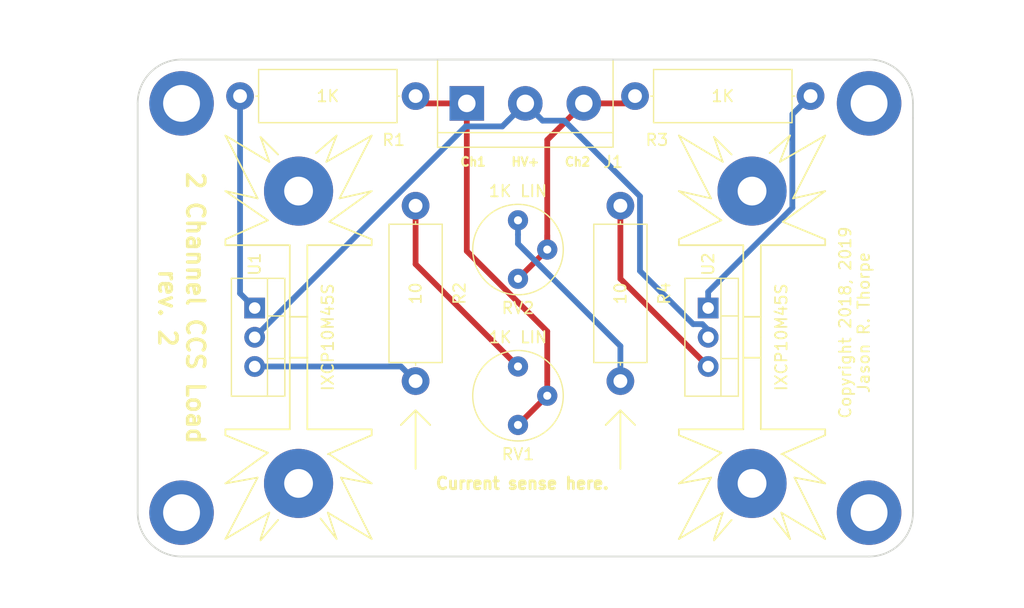
<source format=kicad_pcb>
(kicad_pcb (version 20171130) (host pcbnew "(5.1.4-0-10_14)")

  (general
    (thickness 1.6)
    (drawings 27)
    (tracks 41)
    (zones 0)
    (modules 15)
    (nets 10)
  )

  (page USLetter)
  (title_block
    (title "2 Channel CCS Load")
    (date 2019-09-24)
    (rev 2.0)
    (company "San Francisco Electronworks")
    (comment 1 "For hobbyist use only.")
    (comment 2 "Copyright 2018, 2019 Jason R. Thorpe.  All rights reserved.")
  )

  (layers
    (0 F.Cu signal)
    (31 B.Cu signal)
    (32 B.Adhes user)
    (33 F.Adhes user)
    (34 B.Paste user)
    (35 F.Paste user)
    (36 B.SilkS user)
    (37 F.SilkS user)
    (38 B.Mask user)
    (39 F.Mask user)
    (40 Dwgs.User user)
    (41 Cmts.User user)
    (42 Eco1.User user)
    (43 Eco2.User user)
    (44 Edge.Cuts user)
    (45 Margin user)
    (46 B.CrtYd user)
    (47 F.CrtYd user)
    (48 B.Fab user)
    (49 F.Fab user)
  )

  (setup
    (last_trace_width 0.5)
    (trace_clearance 0.25)
    (zone_clearance 0.508)
    (zone_45_only yes)
    (trace_min 0.2)
    (via_size 0.6)
    (via_drill 0.4)
    (via_min_size 0.4)
    (via_min_drill 0.3)
    (uvia_size 0.3)
    (uvia_drill 0.1)
    (uvias_allowed no)
    (uvia_min_size 0.2)
    (uvia_min_drill 0.1)
    (edge_width 0.15)
    (segment_width 0.2)
    (pcb_text_width 0.3)
    (pcb_text_size 1.5 1.5)
    (mod_edge_width 0.15)
    (mod_text_size 1 1)
    (mod_text_width 0.15)
    (pad_size 1.524 1.524)
    (pad_drill 0.762)
    (pad_to_mask_clearance 0.2)
    (aux_axis_origin 0 0)
    (grid_origin 137.16 87.63)
    (visible_elements FFFFFF7F)
    (pcbplotparams
      (layerselection 0x010e0_ffffffff)
      (usegerberextensions false)
      (usegerberattributes false)
      (usegerberadvancedattributes false)
      (creategerberjobfile false)
      (excludeedgelayer true)
      (linewidth 0.100000)
      (plotframeref false)
      (viasonmask false)
      (mode 1)
      (useauxorigin false)
      (hpglpennumber 1)
      (hpglpenspeed 20)
      (hpglpendiameter 15.000000)
      (psnegative false)
      (psa4output false)
      (plotreference true)
      (plotvalue true)
      (plotinvisibletext false)
      (padsonsilk false)
      (subtractmaskfromsilk false)
      (outputformat 1)
      (mirror false)
      (drillshape 0)
      (scaleselection 1)
      (outputdirectory "Gerbers/"))
  )

  (net 0 "")
  (net 1 "Net-(J1-Pad1)")
  (net 2 "Net-(J1-Pad2)")
  (net 3 "Net-(J1-Pad3)")
  (net 4 "Net-(R2-Pad2)")
  (net 5 "Net-(R4-Pad2)")
  (net 6 "Net-(R1-Pad1)")
  (net 7 "Net-(R2-Pad1)")
  (net 8 "Net-(R3-Pad1)")
  (net 9 "Net-(R4-Pad1)")

  (net_class Default "This is the default net class."
    (clearance 0.25)
    (trace_width 0.5)
    (via_dia 0.6)
    (via_drill 0.4)
    (uvia_dia 0.3)
    (uvia_drill 0.1)
    (add_net "Net-(J1-Pad1)")
    (add_net "Net-(J1-Pad2)")
    (add_net "Net-(J1-Pad3)")
    (add_net "Net-(R1-Pad1)")
    (add_net "Net-(R2-Pad1)")
    (add_net "Net-(R2-Pad2)")
    (add_net "Net-(R3-Pad1)")
    (add_net "Net-(R4-Pad1)")
    (add_net "Net-(R4-Pad2)")
  )

  (module Connectors_Terminal_Blocks:TerminalBlock_bornier-3_P5.08mm (layer F.Cu) (tedit 5AB141F4) (tstamp 5A10A759)
    (at 141.605 93.98)
    (descr "simple 3-pin terminal block, pitch 5.08mm, revamped version of bornier3")
    (tags "terminal block bornier3")
    (path /5A109F90)
    (fp_text reference J1 (at 12.7 5.08) (layer F.SilkS)
      (effects (font (size 1 1) (thickness 0.15)))
    )
    (fp_text value Screw_Terminal_01x03 (at 5.08 5.08) (layer F.Fab) hide
      (effects (font (size 1 1) (thickness 0.15)))
    )
    (fp_text user %R (at 5.08 0) (layer F.Fab)
      (effects (font (size 1 1) (thickness 0.15)))
    )
    (fp_line (start -2.47 2.55) (end 12.63 2.55) (layer F.Fab) (width 0.1))
    (fp_line (start -2.47 -3.75) (end 12.63 -3.75) (layer F.Fab) (width 0.1))
    (fp_line (start 12.63 -3.75) (end 12.63 3.75) (layer F.Fab) (width 0.1))
    (fp_line (start 12.63 3.75) (end -2.47 3.75) (layer F.Fab) (width 0.1))
    (fp_line (start -2.47 3.75) (end -2.47 -3.75) (layer F.Fab) (width 0.1))
    (fp_line (start -2.54 3.81) (end -2.54 -3.81) (layer F.SilkS) (width 0.12))
    (fp_line (start 12.7 3.81) (end 12.7 -3.81) (layer F.SilkS) (width 0.12))
    (fp_line (start -2.54 2.54) (end 12.7 2.54) (layer F.SilkS) (width 0.12))
    (fp_line (start -2.54 -3.81) (end 12.7 -3.81) (layer F.SilkS) (width 0.12))
    (fp_line (start -2.54 3.81) (end 12.7 3.81) (layer F.SilkS) (width 0.12))
    (fp_line (start -2.72 -4) (end 12.88 -4) (layer F.CrtYd) (width 0.05))
    (fp_line (start -2.72 -4) (end -2.72 4) (layer F.CrtYd) (width 0.05))
    (fp_line (start 12.88 4) (end 12.88 -4) (layer F.CrtYd) (width 0.05))
    (fp_line (start 12.88 4) (end -2.72 4) (layer F.CrtYd) (width 0.05))
    (pad 1 thru_hole rect (at 0 0) (size 3 3) (drill 1.52) (layers *.Cu *.Mask)
      (net 1 "Net-(J1-Pad1)"))
    (pad 2 thru_hole circle (at 5.08 0) (size 3 3) (drill 1.52) (layers *.Cu *.Mask)
      (net 2 "Net-(J1-Pad2)"))
    (pad 3 thru_hole circle (at 10.16 0) (size 3 3) (drill 1.52) (layers *.Cu *.Mask)
      (net 3 "Net-(J1-Pad3)"))
    (model ${KISYS3DMOD}/Terminal_Blocks.3dshapes/TerminalBlock_bornier-3_P5.08mm.wrl
      (offset (xyz 5.079999923706055 0 0))
      (scale (xyz 1 1 1))
      (rotate (xyz 0 0 0))
    )
  )

  (module MountingHole:MountingHole_3.2mm_M3_DIN965_Pad (layer F.Cu) (tedit 56D1B4CB) (tstamp 5D8AE321)
    (at 116.84 129.54)
    (descr "Mounting Hole 3.2mm, M3, DIN965")
    (tags "mounting hole 3.2mm m3 din965")
    (attr virtual)
    (fp_text reference REF** (at 0 -3.8) (layer F.SilkS) hide
      (effects (font (size 1 1) (thickness 0.15)))
    )
    (fp_text value MountingHole_3.2mm_M3_DIN965_Pad (at 0 3.8) (layer F.Fab) hide
      (effects (font (size 1 1) (thickness 0.15)))
    )
    (fp_circle (center 0 0) (end 3.05 0) (layer F.CrtYd) (width 0.05))
    (fp_circle (center 0 0) (end 2.8 0) (layer Cmts.User) (width 0.15))
    (fp_text user %R (at 0.3 0) (layer F.Fab)
      (effects (font (size 1 1) (thickness 0.15)))
    )
    (pad 1 thru_hole circle (at 0 0) (size 5.6 5.6) (drill 3.2) (layers *.Cu *.Mask))
  )

  (module MountingHole:MountingHole_3.2mm_M3_DIN965_Pad (layer F.Cu) (tedit 56D1B4CB) (tstamp 5D8AE2FD)
    (at 176.53 129.54)
    (descr "Mounting Hole 3.2mm, M3, DIN965")
    (tags "mounting hole 3.2mm m3 din965")
    (attr virtual)
    (fp_text reference REF** (at 0 -3.8) (layer F.SilkS) hide
      (effects (font (size 1 1) (thickness 0.15)))
    )
    (fp_text value MountingHole_3.2mm_M3_DIN965_Pad (at 0 3.8) (layer F.Fab) hide
      (effects (font (size 1 1) (thickness 0.15)))
    )
    (fp_circle (center 0 0) (end 3.05 0) (layer F.CrtYd) (width 0.05))
    (fp_circle (center 0 0) (end 2.8 0) (layer Cmts.User) (width 0.15))
    (fp_text user %R (at 0.3 0) (layer F.Fab)
      (effects (font (size 1 1) (thickness 0.15)))
    )
    (pad 1 thru_hole circle (at 0 0) (size 5.6 5.6) (drill 3.2) (layers *.Cu *.Mask))
  )

  (module MountingHole:MountingHole_3.2mm_M3_DIN965_Pad (layer F.Cu) (tedit 56D1B4CB) (tstamp 5D8AE2C7)
    (at 176.53 93.98)
    (descr "Mounting Hole 3.2mm, M3, DIN965")
    (tags "mounting hole 3.2mm m3 din965")
    (attr virtual)
    (fp_text reference REF** (at 0 -3.8) (layer F.SilkS) hide
      (effects (font (size 1 1) (thickness 0.15)))
    )
    (fp_text value MountingHole_3.2mm_M3_DIN965_Pad (at 0 3.8) (layer F.Fab) hide
      (effects (font (size 1 1) (thickness 0.15)))
    )
    (fp_circle (center 0 0) (end 3.05 0) (layer F.CrtYd) (width 0.05))
    (fp_circle (center 0 0) (end 2.8 0) (layer Cmts.User) (width 0.15))
    (fp_text user %R (at 0.3 0) (layer F.Fab)
      (effects (font (size 1 1) (thickness 0.15)))
    )
    (pad 1 thru_hole circle (at 0 0) (size 5.6 5.6) (drill 3.2) (layers *.Cu *.Mask))
  )

  (module MountingHole:MountingHole_3.2mm_M3_DIN965_Pad (layer F.Cu) (tedit 56D1B4CB) (tstamp 5D8AE2A3)
    (at 116.84 93.98)
    (descr "Mounting Hole 3.2mm, M3, DIN965")
    (tags "mounting hole 3.2mm m3 din965")
    (attr virtual)
    (fp_text reference REF** (at 0 -3.8) (layer F.SilkS) hide
      (effects (font (size 1 1) (thickness 0.15)))
    )
    (fp_text value MountingHole_3.2mm_M3_DIN965_Pad (at 0 3.8) (layer F.Fab) hide
      (effects (font (size 1 1) (thickness 0.15)))
    )
    (fp_circle (center 0 0) (end 3.05 0) (layer F.CrtYd) (width 0.05))
    (fp_circle (center 0 0) (end 2.8 0) (layer Cmts.User) (width 0.15))
    (fp_text user %R (at 0.3 0) (layer F.Fab)
      (effects (font (size 1 1) (thickness 0.15)))
    )
    (pad 1 thru_hole circle (at 0 0) (size 5.6 5.6) (drill 3.2) (layers *.Cu *.Mask))
  )

  (module Potentiometer_THT:Potentiometer_Bourns_3339P_Vertical_HandSoldering (layer F.Cu) (tedit 5BCDF3D1) (tstamp 5D8AD5F8)
    (at 146.05 104.14 180)
    (descr "Potentiometer, vertical, Bourns 3339P, hand-soldering, http://www.bourns.com/docs/Product-Datasheets/3339.pdf")
    (tags "Potentiometer vertical Bourns 3339P hand-soldering")
    (path /5A10913A)
    (fp_text reference RV2 (at 0 -7.62 180) (layer F.SilkS)
      (effects (font (size 1 1) (thickness 0.15)))
    )
    (fp_text value "1K LIN" (at 0 2.54 180) (layer F.SilkS)
      (effects (font (size 1 1) (thickness 0.15)))
    )
    (fp_text user %R (at -3.018 -2.54 90) (layer F.Fab)
      (effects (font (size 0.66 0.66) (thickness 0.15)))
    )
    (fp_line (start 4.1 -6.6) (end -4.1 -6.6) (layer F.CrtYd) (width 0.05))
    (fp_line (start 4.1 1.55) (end 4.1 -6.6) (layer F.CrtYd) (width 0.05))
    (fp_line (start -4.1 1.55) (end 4.1 1.55) (layer F.CrtYd) (width 0.05))
    (fp_line (start -4.1 -6.6) (end -4.1 1.55) (layer F.CrtYd) (width 0.05))
    (fp_line (start 0 -0.064) (end 0.001 -5.014) (layer F.Fab) (width 0.1))
    (fp_line (start 0 -0.064) (end 0.001 -5.014) (layer F.Fab) (width 0.1))
    (fp_circle (center 0 -2.54) (end 3.93 -2.54) (layer F.SilkS) (width 0.12))
    (fp_circle (center 0 -2.54) (end 2.5 -2.54) (layer F.Fab) (width 0.1))
    (fp_circle (center 0 -2.54) (end 3.81 -2.54) (layer F.Fab) (width 0.1))
    (pad 1 thru_hole circle (at 0 0 180) (size 1.75 1.75) (drill 0.7) (layers *.Cu *.Mask)
      (net 5 "Net-(R4-Pad2)"))
    (pad 2 thru_hole circle (at -2.54 -2.54 180) (size 1.75 1.75) (drill 0.7) (layers *.Cu *.Mask)
      (net 3 "Net-(J1-Pad3)"))
    (pad 3 thru_hole circle (at 0 -5.08 180) (size 1.75 1.75) (drill 0.7) (layers *.Cu *.Mask)
      (net 3 "Net-(J1-Pad3)"))
    (model ${KISYS3DMOD}/Potentiometer_THT.3dshapes/Potentiometer_Bourns_3339P_Vertical.wrl
      (at (xyz 0 0 0))
      (scale (xyz 1 1 1))
      (rotate (xyz 0 0 0))
    )
  )

  (module Potentiometer_THT:Potentiometer_Bourns_3339P_Vertical_HandSoldering (layer F.Cu) (tedit 5BCDF3D1) (tstamp 5A10A7FA)
    (at 146.05 116.84 180)
    (descr "Potentiometer, vertical, Bourns 3339P, hand-soldering, http://www.bourns.com/docs/Product-Datasheets/3339.pdf")
    (tags "Potentiometer vertical Bourns 3339P hand-soldering")
    (path /5A1090E1)
    (fp_text reference RV1 (at 0 -7.62 180) (layer F.SilkS)
      (effects (font (size 1 1) (thickness 0.15)))
    )
    (fp_text value "1K LIN" (at 0 2.54 180) (layer F.SilkS)
      (effects (font (size 1 1) (thickness 0.15)))
    )
    (fp_text user %R (at -3.018 -2.54 90) (layer F.Fab)
      (effects (font (size 0.66 0.66) (thickness 0.15)))
    )
    (fp_line (start 4.1 -6.6) (end -4.1 -6.6) (layer F.CrtYd) (width 0.05))
    (fp_line (start 4.1 1.55) (end 4.1 -6.6) (layer F.CrtYd) (width 0.05))
    (fp_line (start -4.1 1.55) (end 4.1 1.55) (layer F.CrtYd) (width 0.05))
    (fp_line (start -4.1 -6.6) (end -4.1 1.55) (layer F.CrtYd) (width 0.05))
    (fp_line (start 0 -0.064) (end 0.001 -5.014) (layer F.Fab) (width 0.1))
    (fp_line (start 0 -0.064) (end 0.001 -5.014) (layer F.Fab) (width 0.1))
    (fp_circle (center 0 -2.54) (end 3.93 -2.54) (layer F.SilkS) (width 0.12))
    (fp_circle (center 0 -2.54) (end 2.5 -2.54) (layer F.Fab) (width 0.1))
    (fp_circle (center 0 -2.54) (end 3.81 -2.54) (layer F.Fab) (width 0.1))
    (pad 1 thru_hole circle (at 0 0 180) (size 1.75 1.75) (drill 0.7) (layers *.Cu *.Mask)
      (net 4 "Net-(R2-Pad2)"))
    (pad 2 thru_hole circle (at -2.54 -2.54 180) (size 1.75 1.75) (drill 0.7) (layers *.Cu *.Mask)
      (net 1 "Net-(J1-Pad1)"))
    (pad 3 thru_hole circle (at 0 -5.08 180) (size 1.75 1.75) (drill 0.7) (layers *.Cu *.Mask)
      (net 1 "Net-(J1-Pad1)"))
    (model ${KISYS3DMOD}/Potentiometer_THT.3dshapes/Potentiometer_Bourns_3339P_Vertical.wrl
      (at (xyz 0 0 0))
      (scale (xyz 1 1 1))
      (rotate (xyz 0 0 0))
    )
  )

  (module Heatsinks:Heatsink_Fischer_SK104-STC-STIC_35x13mm_2xDrill2.5mm (layer F.Cu) (tedit 5AB1354C) (tstamp 5D8AE846)
    (at 127 114.3 90)
    (descr "Heatsink, 35mm x 13mm, 2x Fixation 2,5mm Drill, Soldering, Fischer SK104-STC-STIC,")
    (tags "Heatsink, 35mm x 13mm, 2x Fixation 2,5mm Drill, Soldering, Fischer SK104-STC-STIC, Kuehlkoerper,  Strangkuehlkoerper, Loetbefestigung, for TO-220")
    (fp_text reference Sink1 (at -0.025 -4.875 90) (layer F.SilkS) hide
      (effects (font (size 1 1) (thickness 0.15)))
    )
    (fp_text value Heatsink_Fischer_SK104-STC-STIC_35x13mm_2xDrill2.5mm (at 0.65 9.075 90) (layer F.Fab) hide
      (effects (font (size 1 1) (thickness 0.15)))
    )
    (fp_line (start -1.778 -0.762) (end -1.778 0.762) (layer F.SilkS) (width 0.15))
    (fp_line (start 1.778 -0.762) (end 1.778 0.762) (layer F.SilkS) (width 0.15))
    (fp_line (start -8.509 6.35) (end -8.001 6.35) (layer F.SilkS) (width 0.15))
    (fp_line (start 17.526 -6.35) (end 12.065 -3.556) (layer F.SilkS) (width 0.15))
    (fp_line (start 12.065 -3.556) (end 12.7 -6.35) (layer F.SilkS) (width 0.15))
    (fp_line (start -10.033 -2.667) (end -12.7 -6.35) (layer F.SilkS) (width 0.15))
    (fp_line (start -12.7 -6.35) (end -12.192 -3.556) (layer F.SilkS) (width 0.15))
    (fp_line (start -12.192 -3.556) (end -17.526 -6.35) (layer F.SilkS) (width 0.15))
    (fp_line (start -10.16 2.667) (end -12.7 6.35) (layer F.SilkS) (width 0.15))
    (fp_line (start -12.7 6.35) (end -12.192 3.683) (layer F.SilkS) (width 0.15))
    (fp_line (start -12.192 3.683) (end -17.526 6.35) (layer F.SilkS) (width 0.15))
    (fp_line (start -15.24 2.54) (end -17.526 6.35) (layer F.SilkS) (width 0.15))
    (fp_line (start -15.24 -2.54) (end -17.526 -6.35) (layer F.SilkS) (width 0.15))
    (fp_line (start 8.001 -6.35) (end 8.382 -6.35) (layer F.SilkS) (width 0.15))
    (fp_line (start 8.001 6.35) (end 8.509 6.35) (layer F.SilkS) (width 0.15))
    (fp_line (start 10.033 2.667) (end 12.7 6.35) (layer F.SilkS) (width 0.15))
    (fp_line (start 12.7 6.35) (end 12.065 3.556) (layer F.SilkS) (width 0.15))
    (fp_line (start 12.065 3.556) (end 17.526 6.35) (layer F.SilkS) (width 0.15))
    (fp_line (start 15.24 2.413) (end 17.526 3.302) (layer F.SilkS) (width 0.15))
    (fp_line (start 17.526 3.302) (end 16.002 1.524) (layer F.SilkS) (width 0.15))
    (fp_line (start 17.526 6.35) (end 15.24 2.413) (layer F.SilkS) (width 0.15))
    (fp_line (start 15.24 -2.54) (end 17.399 -3.302) (layer F.SilkS) (width 0.15))
    (fp_line (start 17.399 -3.302) (end 15.875 -1.778) (layer F.SilkS) (width 0.15))
    (fp_line (start 17.526 -6.35) (end 15.24 -2.54) (layer F.SilkS) (width 0.15))
    (fp_line (start 10.16 -2.667) (end 12.7 -6.35) (layer F.SilkS) (width 0.15))
    (fp_line (start 8.509 6.35) (end 10.033 2.667) (layer F.SilkS) (width 0.15))
    (fp_line (start 8.509 -6.35) (end 10.16 -2.667) (layer F.SilkS) (width 0.15))
    (fp_line (start -8.509 6.35) (end -10.16 2.54) (layer F.SilkS) (width 0.15))
    (fp_line (start -8.001 -6.35) (end -8.509 -6.35) (layer F.SilkS) (width 0.15))
    (fp_line (start -8.509 -6.35) (end -10.033 -2.667) (layer F.SilkS) (width 0.15))
    (fp_line (start -17.526 3.302) (end -15.748 1.905) (layer F.SilkS) (width 0.15))
    (fp_line (start -17.653 -3.302) (end -15.875 -1.778) (layer F.SilkS) (width 0.15))
    (fp_line (start -17.526 3.302) (end -15.24 2.54) (layer F.SilkS) (width 0.15))
    (fp_line (start -17.526 -3.302) (end -15.24 -2.54) (layer F.SilkS) (width 0.15))
    (fp_line (start 0 0.762) (end -8.001 0.762) (layer F.SilkS) (width 0.15))
    (fp_line (start -8.001 0.762) (end -8.001 6.35) (layer F.SilkS) (width 0.15))
    (fp_line (start 0 0.762) (end 8.001 0.762) (layer F.SilkS) (width 0.15))
    (fp_line (start 8.001 0.762) (end 8.001 6.35) (layer F.SilkS) (width 0.15))
    (fp_line (start 0 -0.762) (end -8.001 -0.762) (layer F.SilkS) (width 0.15))
    (fp_line (start -8.001 -0.762) (end -8.001 -6.35) (layer F.SilkS) (width 0.15))
    (fp_line (start 0 -0.762) (end 8.001 -0.762) (layer F.SilkS) (width 0.15))
    (fp_line (start 8.001 -0.762) (end 8.001 -6.35) (layer F.SilkS) (width 0.15))
    (pad 1 thru_hole circle (at 12.7 0 90) (size 5.99948 5.99948) (drill 2.49936) (layers *.Cu *.Mask))
    (pad 1 thru_hole circle (at -12.7 0 90) (size 5.99948 5.99948) (drill 2.49936) (layers *.Cu *.Mask))
  )

  (module TO_SOT_Packages_THT:TO-220-3_Vertical (layer F.Cu) (tedit 5AB142BA) (tstamp 5A10A773)
    (at 123.19 111.76 270)
    (descr "TO-220-3, Vertical, RM 2.54mm")
    (tags "TO-220-3 Vertical RM 2.54mm")
    (path /5A108D29)
    (fp_text reference U1 (at -3.81 0 270) (layer F.SilkS)
      (effects (font (size 1 1) (thickness 0.15)))
    )
    (fp_text value IXCP10M45S (at 2.54 -6.35 270) (layer F.SilkS)
      (effects (font (size 1 1) (thickness 0.15)))
    )
    (fp_text user %R (at 2.54 -3.62 270) (layer F.Fab)
      (effects (font (size 1 1) (thickness 0.15)))
    )
    (fp_line (start -2.46 -2.5) (end -2.46 1.9) (layer F.Fab) (width 0.1))
    (fp_line (start -2.46 1.9) (end 7.54 1.9) (layer F.Fab) (width 0.1))
    (fp_line (start 7.54 1.9) (end 7.54 -2.5) (layer F.Fab) (width 0.1))
    (fp_line (start 7.54 -2.5) (end -2.46 -2.5) (layer F.Fab) (width 0.1))
    (fp_line (start -2.46 -1.23) (end 7.54 -1.23) (layer F.Fab) (width 0.1))
    (fp_line (start 0.69 -2.5) (end 0.69 -1.23) (layer F.Fab) (width 0.1))
    (fp_line (start 4.39 -2.5) (end 4.39 -1.23) (layer F.Fab) (width 0.1))
    (fp_line (start -2.58 -2.62) (end 7.66 -2.62) (layer F.SilkS) (width 0.12))
    (fp_line (start -2.58 2.021) (end 7.66 2.021) (layer F.SilkS) (width 0.12))
    (fp_line (start -2.58 -2.62) (end -2.58 2.021) (layer F.SilkS) (width 0.12))
    (fp_line (start 7.66 -2.62) (end 7.66 2.021) (layer F.SilkS) (width 0.12))
    (fp_line (start -2.58 -1.11) (end 7.66 -1.11) (layer F.SilkS) (width 0.12))
    (fp_line (start 0.69 -2.62) (end 0.69 -1.11) (layer F.SilkS) (width 0.12))
    (fp_line (start 4.391 -2.62) (end 4.391 -1.11) (layer F.SilkS) (width 0.12))
    (fp_line (start -2.71 -2.75) (end -2.71 2.16) (layer F.CrtYd) (width 0.05))
    (fp_line (start -2.71 2.16) (end 7.79 2.16) (layer F.CrtYd) (width 0.05))
    (fp_line (start 7.79 2.16) (end 7.79 -2.75) (layer F.CrtYd) (width 0.05))
    (fp_line (start 7.79 -2.75) (end -2.71 -2.75) (layer F.CrtYd) (width 0.05))
    (pad 1 thru_hole rect (at 0 0 270) (size 1.8 1.8) (drill 1) (layers *.Cu *.Mask)
      (net 6 "Net-(R1-Pad1)"))
    (pad 2 thru_hole oval (at 2.54 0 270) (size 1.8 1.8) (drill 1) (layers *.Cu *.Mask)
      (net 2 "Net-(J1-Pad2)"))
    (pad 3 thru_hole oval (at 5.08 0 270) (size 1.8 1.8) (drill 1) (layers *.Cu *.Mask)
      (net 7 "Net-(R2-Pad1)"))
    (model ${KISYS3DMOD}/TO_SOT_Packages_THT.3dshapes/TO-220-3_Vertical.wrl
      (offset (xyz 2.539999961853027 0 0))
      (scale (xyz 0.393701 0.393701 0.393701))
      (rotate (xyz 0 0 0))
    )
  )

  (module TO_SOT_Packages_THT:TO-220-3_Vertical (layer F.Cu) (tedit 5AB142AA) (tstamp 5A10A78D)
    (at 162.56 111.76 270)
    (descr "TO-220-3, Vertical, RM 2.54mm")
    (tags "TO-220-3 Vertical RM 2.54mm")
    (path /5A108FB8)
    (fp_text reference U2 (at -3.81 0 270) (layer F.SilkS)
      (effects (font (size 1 1) (thickness 0.15)))
    )
    (fp_text value IXCP10M45S (at 2.54 -6.35 270) (layer F.SilkS)
      (effects (font (size 1 1) (thickness 0.15)))
    )
    (fp_text user %R (at 2.54 -3.62 270) (layer F.Fab)
      (effects (font (size 1 1) (thickness 0.15)))
    )
    (fp_line (start -2.46 -2.5) (end -2.46 1.9) (layer F.Fab) (width 0.1))
    (fp_line (start -2.46 1.9) (end 7.54 1.9) (layer F.Fab) (width 0.1))
    (fp_line (start 7.54 1.9) (end 7.54 -2.5) (layer F.Fab) (width 0.1))
    (fp_line (start 7.54 -2.5) (end -2.46 -2.5) (layer F.Fab) (width 0.1))
    (fp_line (start -2.46 -1.23) (end 7.54 -1.23) (layer F.Fab) (width 0.1))
    (fp_line (start 0.69 -2.5) (end 0.69 -1.23) (layer F.Fab) (width 0.1))
    (fp_line (start 4.39 -2.5) (end 4.39 -1.23) (layer F.Fab) (width 0.1))
    (fp_line (start -2.58 -2.62) (end 7.66 -2.62) (layer F.SilkS) (width 0.12))
    (fp_line (start -2.58 2.021) (end 7.66 2.021) (layer F.SilkS) (width 0.12))
    (fp_line (start -2.58 -2.62) (end -2.58 2.021) (layer F.SilkS) (width 0.12))
    (fp_line (start 7.66 -2.62) (end 7.66 2.021) (layer F.SilkS) (width 0.12))
    (fp_line (start -2.58 -1.11) (end 7.66 -1.11) (layer F.SilkS) (width 0.12))
    (fp_line (start 0.69 -2.62) (end 0.69 -1.11) (layer F.SilkS) (width 0.12))
    (fp_line (start 4.391 -2.62) (end 4.391 -1.11) (layer F.SilkS) (width 0.12))
    (fp_line (start -2.71 -2.75) (end -2.71 2.16) (layer F.CrtYd) (width 0.05))
    (fp_line (start -2.71 2.16) (end 7.79 2.16) (layer F.CrtYd) (width 0.05))
    (fp_line (start 7.79 2.16) (end 7.79 -2.75) (layer F.CrtYd) (width 0.05))
    (fp_line (start 7.79 -2.75) (end -2.71 -2.75) (layer F.CrtYd) (width 0.05))
    (pad 1 thru_hole rect (at 0 0 270) (size 1.8 1.8) (drill 1) (layers *.Cu *.Mask)
      (net 8 "Net-(R3-Pad1)"))
    (pad 2 thru_hole oval (at 2.54 0 270) (size 1.8 1.8) (drill 1) (layers *.Cu *.Mask)
      (net 2 "Net-(J1-Pad2)"))
    (pad 3 thru_hole oval (at 5.08 0 270) (size 1.8 1.8) (drill 1) (layers *.Cu *.Mask)
      (net 9 "Net-(R4-Pad1)"))
    (model ${KISYS3DMOD}/TO_SOT_Packages_THT.3dshapes/TO-220-3_Vertical.wrl
      (offset (xyz 2.539999961853027 0 0))
      (scale (xyz 0.393701 0.393701 0.393701))
      (rotate (xyz 0 0 0))
    )
  )

  (module Resistors_THT:R_Axial_DIN0414_L11.9mm_D4.5mm_P15.24mm_Horizontal (layer F.Cu) (tedit 5AB13608) (tstamp 5A10A7A3)
    (at 121.92 93.345)
    (descr "Resistor, Axial_DIN0414 series, Axial, Horizontal, pin pitch=15.24mm, 2W, length*diameter=11.9*4.5mm^2, http://www.vishay.com/docs/20128/wkxwrx.pdf")
    (tags "Resistor Axial_DIN0414 series Axial Horizontal pin pitch 15.24mm 2W length 11.9mm diameter 4.5mm")
    (path /5A108FE1)
    (fp_text reference R1 (at 13.335 3.81) (layer F.SilkS)
      (effects (font (size 1 1) (thickness 0.15)))
    )
    (fp_text value 1K (at 7.62 0) (layer F.SilkS)
      (effects (font (size 1 1) (thickness 0.15)))
    )
    (fp_line (start 1.67 -2.25) (end 1.67 2.25) (layer F.Fab) (width 0.1))
    (fp_line (start 1.67 2.25) (end 13.57 2.25) (layer F.Fab) (width 0.1))
    (fp_line (start 13.57 2.25) (end 13.57 -2.25) (layer F.Fab) (width 0.1))
    (fp_line (start 13.57 -2.25) (end 1.67 -2.25) (layer F.Fab) (width 0.1))
    (fp_line (start 0 0) (end 1.67 0) (layer F.Fab) (width 0.1))
    (fp_line (start 15.24 0) (end 13.57 0) (layer F.Fab) (width 0.1))
    (fp_line (start 1.61 -2.31) (end 1.61 2.31) (layer F.SilkS) (width 0.12))
    (fp_line (start 1.61 2.31) (end 13.63 2.31) (layer F.SilkS) (width 0.12))
    (fp_line (start 13.63 2.31) (end 13.63 -2.31) (layer F.SilkS) (width 0.12))
    (fp_line (start 13.63 -2.31) (end 1.61 -2.31) (layer F.SilkS) (width 0.12))
    (fp_line (start 1.38 0) (end 1.61 0) (layer F.SilkS) (width 0.12))
    (fp_line (start 13.86 0) (end 13.63 0) (layer F.SilkS) (width 0.12))
    (fp_line (start -1.45 -2.6) (end -1.45 2.6) (layer F.CrtYd) (width 0.05))
    (fp_line (start -1.45 2.6) (end 16.7 2.6) (layer F.CrtYd) (width 0.05))
    (fp_line (start 16.7 2.6) (end 16.7 -2.6) (layer F.CrtYd) (width 0.05))
    (fp_line (start 16.7 -2.6) (end -1.45 -2.6) (layer F.CrtYd) (width 0.05))
    (pad 1 thru_hole circle (at 0 0) (size 2.4 2.4) (drill 1.2) (layers *.Cu *.Mask)
      (net 6 "Net-(R1-Pad1)"))
    (pad 2 thru_hole oval (at 15.24 0) (size 2.4 2.4) (drill 1.2) (layers *.Cu *.Mask)
      (net 1 "Net-(J1-Pad1)"))
    (model ${KISYS3DMOD}/Resistors_THT.3dshapes/R_Axial_DIN0414_L11.9mm_D4.5mm_P15.24mm_Horizontal.wrl
      (at (xyz 0 0 0))
      (scale (xyz 0.393701 0.393701 0.393701))
      (rotate (xyz 0 0 0))
    )
  )

  (module Resistors_THT:R_Axial_DIN0414_L11.9mm_D4.5mm_P15.24mm_Horizontal (layer F.Cu) (tedit 5AB141D1) (tstamp 5D8ADC73)
    (at 137.16 118.11 90)
    (descr "Resistor, Axial_DIN0414 series, Axial, Horizontal, pin pitch=15.24mm, 2W, length*diameter=11.9*4.5mm^2, http://www.vishay.com/docs/20128/wkxwrx.pdf")
    (tags "Resistor Axial_DIN0414 series Axial Horizontal pin pitch 15.24mm 2W length 11.9mm diameter 4.5mm")
    (path /5A10905C)
    (fp_text reference R2 (at 7.62 3.81 90) (layer F.SilkS)
      (effects (font (size 1 1) (thickness 0.15)))
    )
    (fp_text value 10 (at 7.62 0 90) (layer F.SilkS)
      (effects (font (size 1 1) (thickness 0.15)))
    )
    (fp_line (start 1.67 -2.25) (end 1.67 2.25) (layer F.Fab) (width 0.1))
    (fp_line (start 1.67 2.25) (end 13.57 2.25) (layer F.Fab) (width 0.1))
    (fp_line (start 13.57 2.25) (end 13.57 -2.25) (layer F.Fab) (width 0.1))
    (fp_line (start 13.57 -2.25) (end 1.67 -2.25) (layer F.Fab) (width 0.1))
    (fp_line (start 0 0) (end 1.67 0) (layer F.Fab) (width 0.1))
    (fp_line (start 15.24 0) (end 13.57 0) (layer F.Fab) (width 0.1))
    (fp_line (start 1.61 -2.31) (end 1.61 2.31) (layer F.SilkS) (width 0.12))
    (fp_line (start 1.61 2.31) (end 13.63 2.31) (layer F.SilkS) (width 0.12))
    (fp_line (start 13.63 2.31) (end 13.63 -2.31) (layer F.SilkS) (width 0.12))
    (fp_line (start 13.63 -2.31) (end 1.61 -2.31) (layer F.SilkS) (width 0.12))
    (fp_line (start 1.38 0) (end 1.61 0) (layer F.SilkS) (width 0.12))
    (fp_line (start 13.86 0) (end 13.63 0) (layer F.SilkS) (width 0.12))
    (fp_line (start -1.45 -2.6) (end -1.45 2.6) (layer F.CrtYd) (width 0.05))
    (fp_line (start -1.45 2.6) (end 16.7 2.6) (layer F.CrtYd) (width 0.05))
    (fp_line (start 16.7 2.6) (end 16.7 -2.6) (layer F.CrtYd) (width 0.05))
    (fp_line (start 16.7 -2.6) (end -1.45 -2.6) (layer F.CrtYd) (width 0.05))
    (pad 1 thru_hole circle (at 0 0 90) (size 2.4 2.4) (drill 1.2) (layers *.Cu *.Mask)
      (net 7 "Net-(R2-Pad1)"))
    (pad 2 thru_hole oval (at 15.24 0 90) (size 2.4 2.4) (drill 1.2) (layers *.Cu *.Mask)
      (net 4 "Net-(R2-Pad2)"))
    (model ${KISYS3DMOD}/Resistors_THT.3dshapes/R_Axial_DIN0414_L11.9mm_D4.5mm_P15.24mm_Horizontal.wrl
      (at (xyz 0 0 0))
      (scale (xyz 0.393701 0.393701 0.393701))
      (rotate (xyz 0 0 0))
    )
  )

  (module Resistors_THT:R_Axial_DIN0414_L11.9mm_D4.5mm_P15.24mm_Horizontal (layer F.Cu) (tedit 5AB13674) (tstamp 5A10A7CF)
    (at 171.45 93.345 180)
    (descr "Resistor, Axial_DIN0414 series, Axial, Horizontal, pin pitch=15.24mm, 2W, length*diameter=11.9*4.5mm^2, http://www.vishay.com/docs/20128/wkxwrx.pdf")
    (tags "Resistor Axial_DIN0414 series Axial Horizontal pin pitch 15.24mm 2W length 11.9mm diameter 4.5mm")
    (path /5A10901B)
    (fp_text reference R3 (at 13.335 -3.81 180) (layer F.SilkS)
      (effects (font (size 1 1) (thickness 0.15)))
    )
    (fp_text value 1K (at 7.62 0 180) (layer F.SilkS)
      (effects (font (size 1 1) (thickness 0.15)))
    )
    (fp_line (start 1.67 -2.25) (end 1.67 2.25) (layer F.Fab) (width 0.1))
    (fp_line (start 1.67 2.25) (end 13.57 2.25) (layer F.Fab) (width 0.1))
    (fp_line (start 13.57 2.25) (end 13.57 -2.25) (layer F.Fab) (width 0.1))
    (fp_line (start 13.57 -2.25) (end 1.67 -2.25) (layer F.Fab) (width 0.1))
    (fp_line (start 0 0) (end 1.67 0) (layer F.Fab) (width 0.1))
    (fp_line (start 15.24 0) (end 13.57 0) (layer F.Fab) (width 0.1))
    (fp_line (start 1.61 -2.31) (end 1.61 2.31) (layer F.SilkS) (width 0.12))
    (fp_line (start 1.61 2.31) (end 13.63 2.31) (layer F.SilkS) (width 0.12))
    (fp_line (start 13.63 2.31) (end 13.63 -2.31) (layer F.SilkS) (width 0.12))
    (fp_line (start 13.63 -2.31) (end 1.61 -2.31) (layer F.SilkS) (width 0.12))
    (fp_line (start 1.38 0) (end 1.61 0) (layer F.SilkS) (width 0.12))
    (fp_line (start 13.86 0) (end 13.63 0) (layer F.SilkS) (width 0.12))
    (fp_line (start -1.45 -2.6) (end -1.45 2.6) (layer F.CrtYd) (width 0.05))
    (fp_line (start -1.45 2.6) (end 16.7 2.6) (layer F.CrtYd) (width 0.05))
    (fp_line (start 16.7 2.6) (end 16.7 -2.6) (layer F.CrtYd) (width 0.05))
    (fp_line (start 16.7 -2.6) (end -1.45 -2.6) (layer F.CrtYd) (width 0.05))
    (pad 1 thru_hole circle (at 0 0 180) (size 2.4 2.4) (drill 1.2) (layers *.Cu *.Mask)
      (net 8 "Net-(R3-Pad1)"))
    (pad 2 thru_hole oval (at 15.24 0 180) (size 2.4 2.4) (drill 1.2) (layers *.Cu *.Mask)
      (net 3 "Net-(J1-Pad3)"))
    (model ${KISYS3DMOD}/Resistors_THT.3dshapes/R_Axial_DIN0414_L11.9mm_D4.5mm_P15.24mm_Horizontal.wrl
      (at (xyz 0 0 0))
      (scale (xyz 0.393701 0.393701 0.393701))
      (rotate (xyz 0 0 0))
    )
  )

  (module Resistors_THT:R_Axial_DIN0414_L11.9mm_D4.5mm_P15.24mm_Horizontal (layer F.Cu) (tedit 5AB13F76) (tstamp 5A10A7E5)
    (at 154.94 102.87 270)
    (descr "Resistor, Axial_DIN0414 series, Axial, Horizontal, pin pitch=15.24mm, 2W, length*diameter=11.9*4.5mm^2, http://www.vishay.com/docs/20128/wkxwrx.pdf")
    (tags "Resistor Axial_DIN0414 series Axial Horizontal pin pitch 15.24mm 2W length 11.9mm diameter 4.5mm")
    (path /5A1090A7)
    (fp_text reference R4 (at 7.62 -3.81 270) (layer F.SilkS)
      (effects (font (size 1 1) (thickness 0.15)))
    )
    (fp_text value 10 (at 7.62 0 270) (layer F.SilkS)
      (effects (font (size 1 1) (thickness 0.15)))
    )
    (fp_line (start 1.67 -2.25) (end 1.67 2.25) (layer F.Fab) (width 0.1))
    (fp_line (start 1.67 2.25) (end 13.57 2.25) (layer F.Fab) (width 0.1))
    (fp_line (start 13.57 2.25) (end 13.57 -2.25) (layer F.Fab) (width 0.1))
    (fp_line (start 13.57 -2.25) (end 1.67 -2.25) (layer F.Fab) (width 0.1))
    (fp_line (start 0 0) (end 1.67 0) (layer F.Fab) (width 0.1))
    (fp_line (start 15.24 0) (end 13.57 0) (layer F.Fab) (width 0.1))
    (fp_line (start 1.61 -2.31) (end 1.61 2.31) (layer F.SilkS) (width 0.12))
    (fp_line (start 1.61 2.31) (end 13.63 2.31) (layer F.SilkS) (width 0.12))
    (fp_line (start 13.63 2.31) (end 13.63 -2.31) (layer F.SilkS) (width 0.12))
    (fp_line (start 13.63 -2.31) (end 1.61 -2.31) (layer F.SilkS) (width 0.12))
    (fp_line (start 1.38 0) (end 1.61 0) (layer F.SilkS) (width 0.12))
    (fp_line (start 13.86 0) (end 13.63 0) (layer F.SilkS) (width 0.12))
    (fp_line (start -1.45 -2.6) (end -1.45 2.6) (layer F.CrtYd) (width 0.05))
    (fp_line (start -1.45 2.6) (end 16.7 2.6) (layer F.CrtYd) (width 0.05))
    (fp_line (start 16.7 2.6) (end 16.7 -2.6) (layer F.CrtYd) (width 0.05))
    (fp_line (start 16.7 -2.6) (end -1.45 -2.6) (layer F.CrtYd) (width 0.05))
    (pad 1 thru_hole circle (at 0 0 270) (size 2.4 2.4) (drill 1.2) (layers *.Cu *.Mask)
      (net 9 "Net-(R4-Pad1)"))
    (pad 2 thru_hole oval (at 15.24 0 270) (size 2.4 2.4) (drill 1.2) (layers *.Cu *.Mask)
      (net 5 "Net-(R4-Pad2)"))
    (model ${KISYS3DMOD}/Resistors_THT.3dshapes/R_Axial_DIN0414_L11.9mm_D4.5mm_P15.24mm_Horizontal.wrl
      (at (xyz 0 0 0))
      (scale (xyz 0.393701 0.393701 0.393701))
      (rotate (xyz 0 0 0))
    )
  )

  (module Heatsinks:Heatsink_Fischer_SK104-STC-STIC_35x13mm_2xDrill2.5mm (layer F.Cu) (tedit 5AB1354C) (tstamp 5AB133F2)
    (at 166.37 114.3 90)
    (descr "Heatsink, 35mm x 13mm, 2x Fixation 2,5mm Drill, Soldering, Fischer SK104-STC-STIC,")
    (tags "Heatsink, 35mm x 13mm, 2x Fixation 2,5mm Drill, Soldering, Fischer SK104-STC-STIC, Kuehlkoerper,  Strangkuehlkoerper, Loetbefestigung, for TO-220")
    (fp_text reference Sink1 (at -0.025 -4.875 90) (layer F.SilkS) hide
      (effects (font (size 1 1) (thickness 0.15)))
    )
    (fp_text value Heatsink_Fischer_SK104-STC-STIC_35x13mm_2xDrill2.5mm (at 0.65 9.075 90) (layer F.Fab) hide
      (effects (font (size 1 1) (thickness 0.15)))
    )
    (fp_line (start -1.778 -0.762) (end -1.778 0.762) (layer F.SilkS) (width 0.15))
    (fp_line (start 1.778 -0.762) (end 1.778 0.762) (layer F.SilkS) (width 0.15))
    (fp_line (start -8.509 6.35) (end -8.001 6.35) (layer F.SilkS) (width 0.15))
    (fp_line (start 17.526 -6.35) (end 12.065 -3.556) (layer F.SilkS) (width 0.15))
    (fp_line (start 12.065 -3.556) (end 12.7 -6.35) (layer F.SilkS) (width 0.15))
    (fp_line (start -10.033 -2.667) (end -12.7 -6.35) (layer F.SilkS) (width 0.15))
    (fp_line (start -12.7 -6.35) (end -12.192 -3.556) (layer F.SilkS) (width 0.15))
    (fp_line (start -12.192 -3.556) (end -17.526 -6.35) (layer F.SilkS) (width 0.15))
    (fp_line (start -10.16 2.667) (end -12.7 6.35) (layer F.SilkS) (width 0.15))
    (fp_line (start -12.7 6.35) (end -12.192 3.683) (layer F.SilkS) (width 0.15))
    (fp_line (start -12.192 3.683) (end -17.526 6.35) (layer F.SilkS) (width 0.15))
    (fp_line (start -15.24 2.54) (end -17.526 6.35) (layer F.SilkS) (width 0.15))
    (fp_line (start -15.24 -2.54) (end -17.526 -6.35) (layer F.SilkS) (width 0.15))
    (fp_line (start 8.001 -6.35) (end 8.382 -6.35) (layer F.SilkS) (width 0.15))
    (fp_line (start 8.001 6.35) (end 8.509 6.35) (layer F.SilkS) (width 0.15))
    (fp_line (start 10.033 2.667) (end 12.7 6.35) (layer F.SilkS) (width 0.15))
    (fp_line (start 12.7 6.35) (end 12.065 3.556) (layer F.SilkS) (width 0.15))
    (fp_line (start 12.065 3.556) (end 17.526 6.35) (layer F.SilkS) (width 0.15))
    (fp_line (start 15.24 2.413) (end 17.526 3.302) (layer F.SilkS) (width 0.15))
    (fp_line (start 17.526 3.302) (end 16.002 1.524) (layer F.SilkS) (width 0.15))
    (fp_line (start 17.526 6.35) (end 15.24 2.413) (layer F.SilkS) (width 0.15))
    (fp_line (start 15.24 -2.54) (end 17.399 -3.302) (layer F.SilkS) (width 0.15))
    (fp_line (start 17.399 -3.302) (end 15.875 -1.778) (layer F.SilkS) (width 0.15))
    (fp_line (start 17.526 -6.35) (end 15.24 -2.54) (layer F.SilkS) (width 0.15))
    (fp_line (start 10.16 -2.667) (end 12.7 -6.35) (layer F.SilkS) (width 0.15))
    (fp_line (start 8.509 6.35) (end 10.033 2.667) (layer F.SilkS) (width 0.15))
    (fp_line (start 8.509 -6.35) (end 10.16 -2.667) (layer F.SilkS) (width 0.15))
    (fp_line (start -8.509 6.35) (end -10.16 2.54) (layer F.SilkS) (width 0.15))
    (fp_line (start -8.001 -6.35) (end -8.509 -6.35) (layer F.SilkS) (width 0.15))
    (fp_line (start -8.509 -6.35) (end -10.033 -2.667) (layer F.SilkS) (width 0.15))
    (fp_line (start -17.526 3.302) (end -15.748 1.905) (layer F.SilkS) (width 0.15))
    (fp_line (start -17.653 -3.302) (end -15.875 -1.778) (layer F.SilkS) (width 0.15))
    (fp_line (start -17.526 3.302) (end -15.24 2.54) (layer F.SilkS) (width 0.15))
    (fp_line (start -17.526 -3.302) (end -15.24 -2.54) (layer F.SilkS) (width 0.15))
    (fp_line (start 0 0.762) (end -8.001 0.762) (layer F.SilkS) (width 0.15))
    (fp_line (start -8.001 0.762) (end -8.001 6.35) (layer F.SilkS) (width 0.15))
    (fp_line (start 0 0.762) (end 8.001 0.762) (layer F.SilkS) (width 0.15))
    (fp_line (start 8.001 0.762) (end 8.001 6.35) (layer F.SilkS) (width 0.15))
    (fp_line (start 0 -0.762) (end -8.001 -0.762) (layer F.SilkS) (width 0.15))
    (fp_line (start -8.001 -0.762) (end -8.001 -6.35) (layer F.SilkS) (width 0.15))
    (fp_line (start 0 -0.762) (end 8.001 -0.762) (layer F.SilkS) (width 0.15))
    (fp_line (start 8.001 -0.762) (end 8.001 -6.35) (layer F.SilkS) (width 0.15))
    (pad 1 thru_hole circle (at 12.7 0 90) (size 5.99948 5.99948) (drill 2.49936) (layers *.Cu *.Mask))
    (pad 1 thru_hole circle (at -12.7 0 90) (size 5.99948 5.99948) (drill 2.49936) (layers *.Cu *.Mask))
  )

  (dimension 35.56 (width 0.15) (layer Dwgs.User)
    (gr_text "35.560 mm" (at 108.555 111.76 270) (layer Dwgs.User)
      (effects (font (size 1 1) (thickness 0.15)))
    )
    (feature1 (pts (xy 111.76 129.54) (xy 109.268579 129.54)))
    (feature2 (pts (xy 111.76 93.98) (xy 109.268579 93.98)))
    (crossbar (pts (xy 109.855 93.98) (xy 109.855 129.54)))
    (arrow1a (pts (xy 109.855 129.54) (xy 109.268579 128.413496)))
    (arrow1b (pts (xy 109.855 129.54) (xy 110.441421 128.413496)))
    (arrow2a (pts (xy 109.855 93.98) (xy 109.268579 95.106504)))
    (arrow2b (pts (xy 109.855 93.98) (xy 110.441421 95.106504)))
  )
  (dimension 35.56 (width 0.15) (layer Dwgs.User)
    (gr_text "35.560 mm" (at 188.625 114.3 270) (layer Dwgs.User)
      (effects (font (size 1 1) (thickness 0.15)))
    )
    (feature1 (pts (xy 185.42 132.08) (xy 187.911421 132.08)))
    (feature2 (pts (xy 185.42 96.52) (xy 187.911421 96.52)))
    (crossbar (pts (xy 187.325 96.52) (xy 187.325 132.08)))
    (arrow1a (pts (xy 187.325 132.08) (xy 186.738579 130.953496)))
    (arrow1b (pts (xy 187.325 132.08) (xy 187.911421 130.953496)))
    (arrow2a (pts (xy 187.325 96.52) (xy 186.738579 97.646504)))
    (arrow2b (pts (xy 187.325 96.52) (xy 187.911421 97.646504)))
  )
  (dimension 12.7 (width 0.15) (layer Dwgs.User)
    (gr_text "12.700 mm" (at 166.37 138.46) (layer Dwgs.User)
      (effects (font (size 1 1) (thickness 0.15)))
    )
    (feature1 (pts (xy 172.72 135.255) (xy 172.72 137.746421)))
    (feature2 (pts (xy 160.02 135.255) (xy 160.02 137.746421)))
    (crossbar (pts (xy 160.02 137.16) (xy 172.72 137.16)))
    (arrow1a (pts (xy 172.72 137.16) (xy 171.593496 137.746421)))
    (arrow1b (pts (xy 172.72 137.16) (xy 171.593496 136.573579)))
    (arrow2a (pts (xy 160.02 137.16) (xy 161.146504 137.746421)))
    (arrow2b (pts (xy 160.02 137.16) (xy 161.146504 136.573579)))
  )
  (dimension 67.31 (width 0.15) (layer Dwgs.User)
    (gr_text "67.310 mm" (at 146.685 85.695) (layer Dwgs.User)
      (effects (font (size 1 1) (thickness 0.15)))
    )
    (feature1 (pts (xy 180.34 88.9) (xy 180.34 86.408579)))
    (feature2 (pts (xy 113.03 88.9) (xy 113.03 86.408579)))
    (crossbar (pts (xy 113.03 86.995) (xy 180.34 86.995)))
    (arrow1a (pts (xy 180.34 86.995) (xy 179.213496 87.581421)))
    (arrow1b (pts (xy 180.34 86.995) (xy 179.213496 86.408579)))
    (arrow2a (pts (xy 113.03 86.995) (xy 114.156504 87.581421)))
    (arrow2b (pts (xy 113.03 86.995) (xy 114.156504 86.408579)))
  )
  (dimension 43.18 (width 0.15) (layer Dwgs.User)
    (gr_text "43.180 mm" (at 104.745 111.76 270) (layer Dwgs.User)
      (effects (font (size 1 1) (thickness 0.15)))
    )
    (feature1 (pts (xy 107.95 133.35) (xy 105.458579 133.35)))
    (feature2 (pts (xy 107.95 90.17) (xy 105.458579 90.17)))
    (crossbar (pts (xy 106.045 90.17) (xy 106.045 133.35)))
    (arrow1a (pts (xy 106.045 133.35) (xy 105.458579 132.223496)))
    (arrow1b (pts (xy 106.045 133.35) (xy 106.631421 132.223496)))
    (arrow2a (pts (xy 106.045 90.17) (xy 105.458579 91.296504)))
    (arrow2b (pts (xy 106.045 90.17) (xy 106.631421 91.296504)))
  )
  (dimension 25.4 (width 0.15) (layer Dwgs.User)
    (gr_text "25.400 mm" (at 184.815 114.3 270) (layer Dwgs.User)
      (effects (font (size 1 1) (thickness 0.15)))
    )
    (feature1 (pts (xy 181.61 127) (xy 184.101421 127)))
    (feature2 (pts (xy 181.61 101.6) (xy 184.101421 101.6)))
    (crossbar (pts (xy 183.515 101.6) (xy 183.515 127)))
    (arrow1a (pts (xy 183.515 127) (xy 182.928579 125.873496)))
    (arrow1b (pts (xy 183.515 127) (xy 184.101421 125.873496)))
    (arrow2a (pts (xy 183.515 101.6) (xy 182.928579 102.726504)))
    (arrow2b (pts (xy 183.515 101.6) (xy 184.101421 102.726504)))
  )
  (gr_line (start 113.03 129.54) (end 113.03 93.98) (layer Edge.Cuts) (width 0.15) (tstamp 5D8AE3F5))
  (gr_line (start 180.34 95.25) (end 180.34 93.98) (layer Edge.Cuts) (width 0.15) (tstamp 5D8AE3F4))
  (gr_line (start 180.34 129.54) (end 180.34 95.25) (layer Edge.Cuts) (width 0.15))
  (gr_line (start 116.84 133.35) (end 176.53 133.35) (layer Edge.Cuts) (width 0.15) (tstamp 5D8AE3F3))
  (gr_line (start 116.84 90.17) (end 176.53 90.17) (layer Edge.Cuts) (width 0.15) (tstamp 5D8AE3F2))
  (gr_arc (start 116.84 129.54) (end 113.03 129.54) (angle -90) (layer Edge.Cuts) (width 0.15))
  (gr_arc (start 176.53 129.54) (end 176.53 133.35) (angle -90) (layer Edge.Cuts) (width 0.15))
  (gr_arc (start 176.53 93.98) (end 180.34 93.98) (angle -90) (layer Edge.Cuts) (width 0.15))
  (gr_arc (start 116.84 93.98) (end 116.84 90.17) (angle -90) (layer Edge.Cuts) (width 0.15))
  (gr_line (start 138.43 121.92) (end 137.16 120.65) (layer F.SilkS) (width 0.15) (tstamp 5D8AE2D9))
  (gr_line (start 135.89 121.92) (end 137.16 120.65) (layer F.SilkS) (width 0.15) (tstamp 5D8AE2D8))
  (gr_line (start 137.16 120.65) (end 135.89 121.92) (layer F.SilkS) (width 0.15))
  (gr_line (start 137.16 120.65) (end 137.16 125.73) (layer F.SilkS) (width 0.15))
  (gr_line (start 156.21 121.92) (end 154.94 120.65) (layer F.SilkS) (width 0.15) (tstamp 5D8AE2D7))
  (gr_line (start 153.67 121.92) (end 154.94 120.65) (layer F.SilkS) (width 0.15) (tstamp 5D8AE2D6))
  (gr_line (start 154.94 120.65) (end 153.67 121.92) (layer F.SilkS) (width 0.15))
  (gr_line (start 154.94 125.73) (end 154.94 120.65) (layer F.SilkS) (width 0.15))
  (gr_text "Current sense here." (at 146.431 127) (layer F.SilkS)
    (effects (font (size 1 1) (thickness 0.25)))
  )
  (gr_text "Ch1    HV+    Ch2" (at 146.685 99.06) (layer F.SilkS)
    (effects (font (size 0.75 0.75) (thickness 0.1875)))
  )
  (gr_text "2 Channel CCS Load\nrev. 2" (at 116.84 111.76 270) (layer F.SilkS)
    (effects (font (size 1.5 1.5) (thickness 0.3)))
  )
  (gr_text "Copyright 2018, 2019\nJason R. Thorpe" (at 175.26 113.03 90) (layer F.SilkS)
    (effects (font (size 1 1) (thickness 0.15)))
  )

  (segment (start 137.795 93.98) (end 137.16 93.345) (width 0.5) (layer F.Cu) (net 1))
  (segment (start 141.605 93.98) (end 137.795 93.98) (width 0.5) (layer F.Cu) (net 1))
  (segment (start 148.59 118.142564) (end 148.59 119.38) (width 0.5) (layer F.Cu) (net 1))
  (segment (start 148.59 113.795002) (end 148.59 118.142564) (width 0.5) (layer F.Cu) (net 1))
  (segment (start 141.605 106.810002) (end 148.59 113.795002) (width 0.5) (layer F.Cu) (net 1))
  (segment (start 141.605 93.98) (end 141.605 106.810002) (width 0.5) (layer F.Cu) (net 1))
  (segment (start 148.59 119.38) (end 146.05 121.92) (width 0.5) (layer F.Cu) (net 1))
  (segment (start 145.185001 95.479999) (end 146.685 93.98) (width 0.5) (layer B.Cu) (net 2))
  (segment (start 144.684999 95.980001) (end 145.185001 95.479999) (width 0.5) (layer B.Cu) (net 2))
  (segment (start 141.509999 95.980001) (end 144.684999 95.980001) (width 0.5) (layer B.Cu) (net 2))
  (segment (start 123.19 114.3) (end 141.509999 95.980001) (width 0.5) (layer B.Cu) (net 2))
  (segment (start 148.184999 95.479999) (end 146.685 93.98) (width 0.5) (layer B.Cu) (net 2))
  (segment (start 150.066001 95.479999) (end 148.184999 95.479999) (width 0.5) (layer B.Cu) (net 2))
  (segment (start 156.640001 108.540003) (end 156.640001 102.053999) (width 0.5) (layer B.Cu) (net 2))
  (segment (start 161.259999 113.160001) (end 156.640001 108.540003) (width 0.5) (layer B.Cu) (net 2))
  (segment (start 156.640001 102.053999) (end 150.066001 95.479999) (width 0.5) (layer B.Cu) (net 2))
  (segment (start 162.055001 113.160001) (end 161.259999 113.160001) (width 0.5) (layer B.Cu) (net 2))
  (segment (start 162.56 113.665) (end 162.055001 113.160001) (width 0.5) (layer B.Cu) (net 2))
  (segment (start 162.56 114.3) (end 162.56 113.665) (width 0.5) (layer B.Cu) (net 2))
  (segment (start 148.59 105.442564) (end 148.59 106.68) (width 0.5) (layer F.Cu) (net 3))
  (segment (start 148.59 97.155) (end 151.765 93.98) (width 0.5) (layer F.Cu) (net 3))
  (segment (start 148.59 106.68) (end 148.59 97.155) (width 0.5) (layer F.Cu) (net 3))
  (segment (start 155.575 93.98) (end 156.21 93.345) (width 0.5) (layer F.Cu) (net 3))
  (segment (start 151.765 93.98) (end 155.575 93.98) (width 0.5) (layer F.Cu) (net 3))
  (segment (start 146.05 109.22) (end 148.59 106.68) (width 0.5) (layer F.Cu) (net 3))
  (segment (start 137.16 107.95) (end 146.05 116.84) (width 0.5) (layer F.Cu) (net 4))
  (segment (start 137.16 102.87) (end 137.16 107.95) (width 0.5) (layer F.Cu) (net 4))
  (segment (start 146.05 105.377436) (end 146.05 104.14) (width 0.5) (layer B.Cu) (net 5))
  (segment (start 146.05 106.175002) (end 146.05 105.377436) (width 0.5) (layer B.Cu) (net 5))
  (segment (start 154.94 115.065002) (end 146.05 106.175002) (width 0.5) (layer B.Cu) (net 5))
  (segment (start 154.94 118.11) (end 154.94 115.065002) (width 0.5) (layer B.Cu) (net 5))
  (segment (start 121.92 110.49) (end 123.19 111.76) (width 0.5) (layer B.Cu) (net 6))
  (segment (start 121.92 93.345) (end 121.92 110.49) (width 0.5) (layer B.Cu) (net 6))
  (segment (start 135.89 116.84) (end 137.16 118.11) (width 0.5) (layer B.Cu) (net 7))
  (segment (start 123.19 116.84) (end 135.89 116.84) (width 0.5) (layer B.Cu) (net 7))
  (segment (start 162.56 110.36) (end 162.56 111.76) (width 0.5) (layer B.Cu) (net 8))
  (segment (start 169.869741 103.050259) (end 162.56 110.36) (width 0.5) (layer B.Cu) (net 8))
  (segment (start 169.869741 94.925259) (end 169.869741 103.050259) (width 0.5) (layer B.Cu) (net 8))
  (segment (start 171.45 93.345) (end 169.869741 94.925259) (width 0.5) (layer B.Cu) (net 8))
  (segment (start 154.94 109.22) (end 154.94 102.87) (width 0.5) (layer F.Cu) (net 9))
  (segment (start 162.56 116.84) (end 154.94 109.22) (width 0.5) (layer F.Cu) (net 9))

)

</source>
